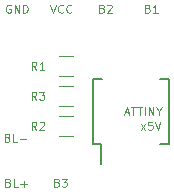
<source format=gto>
G04 #@! TF.FileFunction,Legend,Top*
%FSLAX46Y46*%
G04 Gerber Fmt 4.6, Leading zero omitted, Abs format (unit mm)*
G04 Created by KiCad (PCBNEW 4.0.4-stable) date 09/14/17 15:41:31*
%MOMM*%
%LPD*%
G01*
G04 APERTURE LIST*
%ADD10C,0.100000*%
%ADD11C,0.120000*%
%ADD12C,0.150000*%
G04 APERTURE END LIST*
D10*
X121738333Y-67626667D02*
X122105000Y-67160000D01*
X121738333Y-67160000D02*
X122105000Y-67626667D01*
X122705000Y-66926667D02*
X122371667Y-66926667D01*
X122338333Y-67260000D01*
X122371667Y-67226667D01*
X122438333Y-67193333D01*
X122605000Y-67193333D01*
X122671667Y-67226667D01*
X122705000Y-67260000D01*
X122738333Y-67326667D01*
X122738333Y-67493333D01*
X122705000Y-67560000D01*
X122671667Y-67593333D01*
X122605000Y-67626667D01*
X122438333Y-67626667D01*
X122371667Y-67593333D01*
X122338333Y-67560000D01*
X122938334Y-66926667D02*
X123171667Y-67626667D01*
X123405000Y-66926667D01*
D11*
X115982000Y-63110000D02*
X114782000Y-63110000D01*
X114782000Y-61350000D02*
X115982000Y-61350000D01*
X114782000Y-66430000D02*
X115982000Y-66430000D01*
X115982000Y-68190000D02*
X114782000Y-68190000D01*
X115982000Y-65650000D02*
X114782000Y-65650000D01*
X114782000Y-63890000D02*
X115982000Y-63890000D01*
D12*
X117699000Y-68790000D02*
X118354000Y-68790000D01*
X117699000Y-63290000D02*
X118449000Y-63290000D01*
X124109000Y-63290000D02*
X123359000Y-63290000D01*
X124109000Y-68790000D02*
X123359000Y-68790000D01*
X117699000Y-68790000D02*
X117699000Y-63290000D01*
X124109000Y-68790000D02*
X124109000Y-63290000D01*
X118354000Y-68790000D02*
X118354000Y-70540000D01*
D10*
X118461667Y-57354000D02*
X118561667Y-57387333D01*
X118595000Y-57420667D01*
X118628334Y-57487333D01*
X118628334Y-57587333D01*
X118595000Y-57654000D01*
X118561667Y-57687333D01*
X118495000Y-57720667D01*
X118228334Y-57720667D01*
X118228334Y-57020667D01*
X118461667Y-57020667D01*
X118528334Y-57054000D01*
X118561667Y-57087333D01*
X118595000Y-57154000D01*
X118595000Y-57220667D01*
X118561667Y-57287333D01*
X118528334Y-57320667D01*
X118461667Y-57354000D01*
X118228334Y-57354000D01*
X118895000Y-57087333D02*
X118928334Y-57054000D01*
X118995000Y-57020667D01*
X119161667Y-57020667D01*
X119228334Y-57054000D01*
X119261667Y-57087333D01*
X119295000Y-57154000D01*
X119295000Y-57220667D01*
X119261667Y-57320667D01*
X118861667Y-57720667D01*
X119295000Y-57720667D01*
X122335167Y-57354000D02*
X122435167Y-57387333D01*
X122468500Y-57420667D01*
X122501834Y-57487333D01*
X122501834Y-57587333D01*
X122468500Y-57654000D01*
X122435167Y-57687333D01*
X122368500Y-57720667D01*
X122101834Y-57720667D01*
X122101834Y-57020667D01*
X122335167Y-57020667D01*
X122401834Y-57054000D01*
X122435167Y-57087333D01*
X122468500Y-57154000D01*
X122468500Y-57220667D01*
X122435167Y-57287333D01*
X122401834Y-57320667D01*
X122335167Y-57354000D01*
X122101834Y-57354000D01*
X123168500Y-57720667D02*
X122768500Y-57720667D01*
X122968500Y-57720667D02*
X122968500Y-57020667D01*
X122901834Y-57120667D01*
X122835167Y-57187333D01*
X122768500Y-57220667D01*
X114651667Y-72086000D02*
X114751667Y-72119333D01*
X114785000Y-72152667D01*
X114818334Y-72219333D01*
X114818334Y-72319333D01*
X114785000Y-72386000D01*
X114751667Y-72419333D01*
X114685000Y-72452667D01*
X114418334Y-72452667D01*
X114418334Y-71752667D01*
X114651667Y-71752667D01*
X114718334Y-71786000D01*
X114751667Y-71819333D01*
X114785000Y-71886000D01*
X114785000Y-71952667D01*
X114751667Y-72019333D01*
X114718334Y-72052667D01*
X114651667Y-72086000D01*
X114418334Y-72086000D01*
X115051667Y-71752667D02*
X115485000Y-71752667D01*
X115251667Y-72019333D01*
X115351667Y-72019333D01*
X115418334Y-72052667D01*
X115451667Y-72086000D01*
X115485000Y-72152667D01*
X115485000Y-72319333D01*
X115451667Y-72386000D01*
X115418334Y-72419333D01*
X115351667Y-72452667D01*
X115151667Y-72452667D01*
X115085000Y-72419333D01*
X115051667Y-72386000D01*
X110521833Y-72086000D02*
X110621833Y-72119333D01*
X110655166Y-72152667D01*
X110688500Y-72219333D01*
X110688500Y-72319333D01*
X110655166Y-72386000D01*
X110621833Y-72419333D01*
X110555166Y-72452667D01*
X110288500Y-72452667D01*
X110288500Y-71752667D01*
X110521833Y-71752667D01*
X110588500Y-71786000D01*
X110621833Y-71819333D01*
X110655166Y-71886000D01*
X110655166Y-71952667D01*
X110621833Y-72019333D01*
X110588500Y-72052667D01*
X110521833Y-72086000D01*
X110288500Y-72086000D01*
X111321833Y-72452667D02*
X110988500Y-72452667D01*
X110988500Y-71752667D01*
X111555167Y-72186000D02*
X112088500Y-72186000D01*
X111821833Y-72452667D02*
X111821833Y-71919333D01*
X110458333Y-68276000D02*
X110558333Y-68309333D01*
X110591666Y-68342667D01*
X110625000Y-68409333D01*
X110625000Y-68509333D01*
X110591666Y-68576000D01*
X110558333Y-68609333D01*
X110491666Y-68642667D01*
X110225000Y-68642667D01*
X110225000Y-67942667D01*
X110458333Y-67942667D01*
X110525000Y-67976000D01*
X110558333Y-68009333D01*
X110591666Y-68076000D01*
X110591666Y-68142667D01*
X110558333Y-68209333D01*
X110525000Y-68242667D01*
X110458333Y-68276000D01*
X110225000Y-68276000D01*
X111258333Y-68642667D02*
X110925000Y-68642667D01*
X110925000Y-67942667D01*
X111491667Y-68376000D02*
X112025000Y-68376000D01*
X110718667Y-57054000D02*
X110652001Y-57020667D01*
X110552001Y-57020667D01*
X110452001Y-57054000D01*
X110385334Y-57120667D01*
X110352001Y-57187333D01*
X110318667Y-57320667D01*
X110318667Y-57420667D01*
X110352001Y-57554000D01*
X110385334Y-57620667D01*
X110452001Y-57687333D01*
X110552001Y-57720667D01*
X110618667Y-57720667D01*
X110718667Y-57687333D01*
X110752001Y-57654000D01*
X110752001Y-57420667D01*
X110618667Y-57420667D01*
X111052001Y-57720667D02*
X111052001Y-57020667D01*
X111452001Y-57720667D01*
X111452001Y-57020667D01*
X111785334Y-57720667D02*
X111785334Y-57020667D01*
X111952000Y-57020667D01*
X112052000Y-57054000D01*
X112118667Y-57120667D01*
X112152000Y-57187333D01*
X112185334Y-57320667D01*
X112185334Y-57420667D01*
X112152000Y-57554000D01*
X112118667Y-57620667D01*
X112052000Y-57687333D01*
X111952000Y-57720667D01*
X111785334Y-57720667D01*
X114065167Y-57020667D02*
X114298500Y-57720667D01*
X114531833Y-57020667D01*
X115165167Y-57654000D02*
X115131833Y-57687333D01*
X115031833Y-57720667D01*
X114965167Y-57720667D01*
X114865167Y-57687333D01*
X114798500Y-57620667D01*
X114765167Y-57554000D01*
X114731833Y-57420667D01*
X114731833Y-57320667D01*
X114765167Y-57187333D01*
X114798500Y-57120667D01*
X114865167Y-57054000D01*
X114965167Y-57020667D01*
X115031833Y-57020667D01*
X115131833Y-57054000D01*
X115165167Y-57087333D01*
X115865167Y-57654000D02*
X115831833Y-57687333D01*
X115731833Y-57720667D01*
X115665167Y-57720667D01*
X115565167Y-57687333D01*
X115498500Y-57620667D01*
X115465167Y-57554000D01*
X115431833Y-57420667D01*
X115431833Y-57320667D01*
X115465167Y-57187333D01*
X115498500Y-57120667D01*
X115565167Y-57054000D01*
X115665167Y-57020667D01*
X115731833Y-57020667D01*
X115831833Y-57054000D01*
X115865167Y-57087333D01*
X112913334Y-62546667D02*
X112680000Y-62213333D01*
X112513334Y-62546667D02*
X112513334Y-61846667D01*
X112780000Y-61846667D01*
X112846667Y-61880000D01*
X112880000Y-61913333D01*
X112913334Y-61980000D01*
X112913334Y-62080000D01*
X112880000Y-62146667D01*
X112846667Y-62180000D01*
X112780000Y-62213333D01*
X112513334Y-62213333D01*
X113580000Y-62546667D02*
X113180000Y-62546667D01*
X113380000Y-62546667D02*
X113380000Y-61846667D01*
X113313334Y-61946667D01*
X113246667Y-62013333D01*
X113180000Y-62046667D01*
X112913334Y-67626667D02*
X112680000Y-67293333D01*
X112513334Y-67626667D02*
X112513334Y-66926667D01*
X112780000Y-66926667D01*
X112846667Y-66960000D01*
X112880000Y-66993333D01*
X112913334Y-67060000D01*
X112913334Y-67160000D01*
X112880000Y-67226667D01*
X112846667Y-67260000D01*
X112780000Y-67293333D01*
X112513334Y-67293333D01*
X113180000Y-66993333D02*
X113213334Y-66960000D01*
X113280000Y-66926667D01*
X113446667Y-66926667D01*
X113513334Y-66960000D01*
X113546667Y-66993333D01*
X113580000Y-67060000D01*
X113580000Y-67126667D01*
X113546667Y-67226667D01*
X113146667Y-67626667D01*
X113580000Y-67626667D01*
X112913334Y-65086667D02*
X112680000Y-64753333D01*
X112513334Y-65086667D02*
X112513334Y-64386667D01*
X112780000Y-64386667D01*
X112846667Y-64420000D01*
X112880000Y-64453333D01*
X112913334Y-64520000D01*
X112913334Y-64620000D01*
X112880000Y-64686667D01*
X112846667Y-64720000D01*
X112780000Y-64753333D01*
X112513334Y-64753333D01*
X113146667Y-64386667D02*
X113580000Y-64386667D01*
X113346667Y-64653333D01*
X113446667Y-64653333D01*
X113513334Y-64686667D01*
X113546667Y-64720000D01*
X113580000Y-64786667D01*
X113580000Y-64953333D01*
X113546667Y-65020000D01*
X113513334Y-65053333D01*
X113446667Y-65086667D01*
X113246667Y-65086667D01*
X113180000Y-65053333D01*
X113146667Y-65020000D01*
X120386667Y-66156667D02*
X120720001Y-66156667D01*
X120320001Y-66356667D02*
X120553334Y-65656667D01*
X120786667Y-66356667D01*
X120920001Y-65656667D02*
X121320001Y-65656667D01*
X121120001Y-66356667D02*
X121120001Y-65656667D01*
X121453334Y-65656667D02*
X121853334Y-65656667D01*
X121653334Y-66356667D02*
X121653334Y-65656667D01*
X122086667Y-66356667D02*
X122086667Y-65656667D01*
X122420000Y-66356667D02*
X122420000Y-65656667D01*
X122820000Y-66356667D01*
X122820000Y-65656667D01*
X123286666Y-66023333D02*
X123286666Y-66356667D01*
X123053333Y-65656667D02*
X123286666Y-66023333D01*
X123519999Y-65656667D01*
M02*

</source>
